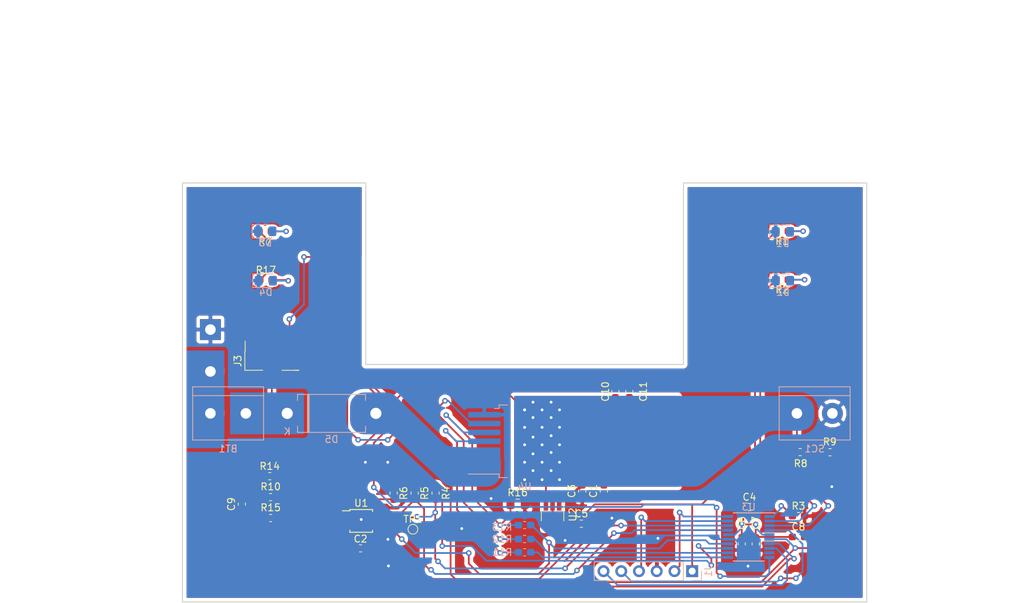
<source format=kicad_pcb>
(kicad_pcb (version 20171130) (host pcbnew 5.0.2-bee76a0~70~ubuntu16.04.1)
  (layers (0 F.Cu signal) (31 B.Cu signal) (34 B.Paste user) (35 F.Paste user) (36 B.SilkS user) (37 F.SilkS user) (38 B.Mask user) (39 F.Mask user) (44 Edge.Cuts user))
  (net 0 "")
  (net 1 GND)
  (net 2 +24V)
  (net 3 +3V3)
  (net 4 "Net-(C9-Pad1)")
  (net 5 "Net-(D1-Pad2)")
  (net 6 "Net-(D2-Pad2)")
  (net 7 "Net-(D3-Pad2)")
  (net 8 SWCLK)
  (net 9 SWDI0)
  (net 10 NRST)
  (net 11 UART_TX)
  (net 12 "Net-(R3-Pad1)")
  (net 13 SDA)
  (net 14 SCL)
  (net 15 ADC_RDY)
  (net 16 /PANEL_SENSE)
  (net 17 /BATT_SENSE)
  (net 18 /PWM)
  (net 19 /FR_DIAG)
  (net 20 CURRENT_SENSE)
  (net 21 "Net-(R13-Pad1)")
  (net 22 /AIN3)
  (net 23 "Net-(U2-Pad4)")
  (net 24 "Net-(U3-Pad9)")
  (net 25 -BATT)
  (net 26 /INPUT)
  (net 27 "Net-(R12-Pad2)")
  (net 28 /LED_4)
  (net 29 /LED_1)
  (net 30 /LED_2)
  (net 31 /LED_3)
  (net 32 /OUT)
  (net 33 /DIODE)
  (module theapi:Octapak (layer B.Cu) (at 137.5 112)
    (fp_text reference U4 (at 0 6.5) (layer B.SilkS) (effects (justify mirror)))
    (fp_text value VN7003ALH)
    (pad 8 smd rect (at 3.375 0) (size 9.4 10.8) (layers B.Cu B.Mask) (net 2 +24V))
    (pad 6 smd rect (at -5.775 -2.54) (size 4.6 0.8) (layers B.Cu B.Paste B.Mask) (net 19 /FR_DIAG))
    (pad 5 smd rect (at -5.775 -1.27) (size 4.6 0.8) (layers B.Cu B.Paste B.Mask) (net 21 "Net-(R13-Pad1)"))
    (pad 3 smd rect (at -5.775 1.27) (size 4.6 0.8) (layers B.Cu B.Paste B.Mask) (net 32 /OUT))
    (pad 2 smd rect (at -5.775 2.54) (size 4.6 2) (layers B.Cu B.Paste B.Mask) (net 32 /OUT))
    (pad 1 smd rect (at -5.775 3.81) (size 4.6 0.8) (layers B.Cu B.Paste B.Mask) (net 32 /OUT))
    (pad 4 smd rect (at -5.775 0) (size 4.6 0.8) (layers B.Cu B.Paste B.Mask) (net 26 /INPUT))
    (pad 7 smd rect (at -5.775 -3.81) (size 4.6 0.8) (layers B.Cu B.Paste B.Mask) (net 1 GND))
  )
  (module theapi:Voltmeter_Header_1x03 (layer F.Cu) (at 101.3 100.5 90)
    (fp_text reference J3 (at 0 -4.87 90) (layer F.SilkS))
    (fp_text value Voltmeter)
    (pad 2 smd rect (at -1.655 0 90) (size 2.51 2) (layers F.Cu F.Paste F.Mask) (net 33 /DIODE))
    (pad 1 smd rect (at 1.655 -2.54 90) (size 2.51 2) (layers F.Cu F.Paste F.Mask) (net 1 GND))
    (pad 3 smd rect (at 1.655 2.54 90) (size 2.51 2) (layers F.Cu F.Paste F.Mask) (net 2 +24V))
  )
  (module theapi:TerminalBlock_Meter (layer B.Cu) (at 92.5 108)
    (fp_text reference BT1 (at 2.54 5.08) (layer B.SilkS) (effects (justify mirror)))
    (fp_text value Battery_Meter)
    (pad 3 thru_hole circle (at 0 -6) (size 3 3) (drill 1.52) (layers *.Cu *.Mask) (net 25 -BATT))
    (pad 2 thru_hole rect (at 0 -12) (size 3 3) (drill 1.52) (layers *.Cu *.Mask) (net 1 GND))
    (pad 3 thru_hole circle (at 0 0) (size 3 3) (drill 1.52) (layers *.Cu *.Mask) (net 25 -BATT))
    (pad 1 thru_hole rect (at 5.08 0) (size 3 3) (drill 1.52) (layers *.Cu *.Mask) (net 33 /DIODE))
  )
  (module Capacitor_SMD:C_0603_1608Metric_Pad1.05x0.95mm_HandSolder (layer F.Cu) (at 148.85 119.125 270)
    (fp_text reference C1 (at 0 1.5 270) (layer F.SilkS))
    (fp_text value 10uF)
    (pad 1 smd roundrect (at -0.875 0 270) (size 1.05 0.95) (layers F.Cu F.Paste F.Mask) (net 2 +24V))
    (pad 2 smd roundrect (at 0.875 0 270) (size 1.05 0.95) (layers F.Cu F.Paste F.Mask) (net 1 GND))
  )
  (module Capacitor_SMD:C_0603_1608Metric_Pad1.05x0.95mm_HandSolder (layer F.Cu) (at 114.005 127.33 180)
    (fp_text reference C2 (at 0 1.35 180) (layer F.SilkS))
    (fp_text value 0.1UF)
    (pad 1 smd roundrect (at -0.875 0 180) (size 1.05 0.95) (layers F.Cu F.Paste F.Mask) (net 3 +3V3))
    (pad 2 smd roundrect (at 0.875 0 180) (size 1.05 0.95) (layers F.Cu F.Paste F.Mask) (net 1 GND))
  )
  (module Capacitor_SMD:C_0603_1608Metric_Pad1.05x0.95mm_HandSolder (layer F.Cu) (at 145.75 119.125 270)
    (fp_text reference C3 (at 0 1.5 270) (layer F.SilkS))
    (fp_text value 1uF)
    (pad 1 smd roundrect (at -0.875 0 270) (size 1.05 0.95) (layers F.Cu F.Paste F.Mask) (net 2 +24V))
    (pad 2 smd roundrect (at 0.875 0 270) (size 1.05 0.95) (layers F.Cu F.Paste F.Mask) (net 1 GND))
  )
  (module Capacitor_SMD:C_0603_1608Metric_Pad1.05x0.95mm_HandSolder (layer F.Cu) (at 169.7 121.425)
    (fp_text reference C4 (at 0 -1.43) (layer F.SilkS))
    (fp_text value 10uF)
    (pad 2 smd roundrect (at 0.875 0) (size 1.05 0.95) (layers F.Cu F.Paste F.Mask) (net 1 GND))
    (pad 1 smd roundrect (at -0.875 0) (size 1.05 0.95) (layers F.Cu F.Paste F.Mask) (net 3 +3V3))
  )
  (module Capacitor_SMD:C_0603_1608Metric_Pad1.05x0.95mm_HandSolder (layer F.Cu) (at 145.625 123.8)
    (fp_text reference C5 (at 0 -1.43) (layer F.SilkS))
    (fp_text value 1uF)
    (pad 2 smd roundrect (at 0.875 0) (size 1.05 0.95) (layers F.Cu F.Paste F.Mask) (net 1 GND))
    (pad 1 smd roundrect (at -0.875 0) (size 1.05 0.95) (layers F.Cu F.Paste F.Mask) (net 3 +3V3))
  )
  (module Capacitor_SMD:C_0603_1608Metric_Pad1.05x0.95mm_HandSolder (layer F.Cu) (at 168.6 126.7 270)
    (fp_text reference C6 (at -3 0 270) (layer F.SilkS))
    (fp_text value 0.1uF)
    (pad 1 smd roundrect (at -0.875 0 270) (size 1.05 0.95) (layers F.Cu F.Paste F.Mask) (net 3 +3V3))
    (pad 2 smd roundrect (at 0.875 0 270) (size 1.05 0.95) (layers F.Cu F.Paste F.Mask) (net 1 GND))
  )
  (module Capacitor_SMD:C_0603_1608Metric_Pad1.05x0.95mm_HandSolder (layer F.Cu) (at 170.6 126.7 270)
    (fp_text reference C7 (at -3 0 270) (layer F.SilkS))
    (fp_text value 0.1uF)
    (pad 2 smd roundrect (at 0.875 0 270) (size 1.05 0.95) (layers F.Cu F.Paste F.Mask) (net 1 GND))
    (pad 1 smd roundrect (at -0.875 0 270) (size 1.05 0.95) (layers F.Cu F.Paste F.Mask) (net 3 +3V3))
  )
  (module Capacitor_SMD:C_0603_1608Metric_Pad1.05x0.95mm_HandSolder (layer F.Cu) (at 176.725 125.7)
    (fp_text reference C8 (at 0 -1.43) (layer F.SilkS))
    (fp_text value 1uF)
    (pad 1 smd roundrect (at -0.875 0) (size 1.05 0.95) (layers F.Cu F.Paste F.Mask) (net 3 +3V3))
    (pad 2 smd roundrect (at 0.875 0) (size 1.05 0.95) (layers F.Cu F.Paste F.Mask) (net 1 GND))
  )
  (module Capacitor_SMD:C_0603_1608Metric_Pad1.05x0.95mm_HandSolder (layer F.Cu) (at 97 121 270)
    (fp_text reference C9 (at 0 1.5 90) (layer F.SilkS))
    (fp_text value 1uF)
    (pad 2 smd roundrect (at 0.875 0 270) (size 1.05 0.95) (layers F.Cu F.Paste F.Mask) (net 1 GND))
    (pad 1 smd roundrect (at -0.875 0 270) (size 1.05 0.95) (layers F.Cu F.Paste F.Mask) (net 4 "Net-(C9-Pad1)"))
  )
  (module Capacitor_SMD:C_0603_1608Metric_Pad1.05x0.95mm_HandSolder (layer F.Cu) (at 150.5 104.875 90)
    (fp_text reference C10 (at 0 -1.43 90) (layer F.SilkS))
    (fp_text value 0.1uF)
    (pad 1 smd roundrect (at -0.875 0 90) (size 1.05 0.95) (layers F.Cu F.Paste F.Mask) (net 2 +24V))
    (pad 2 smd roundrect (at 0.875 0 90) (size 1.05 0.95) (layers F.Cu F.Paste F.Mask) (net 1 GND))
  )
  (module Capacitor_SMD:C_0603_1608Metric_Pad1.05x0.95mm_HandSolder (layer F.Cu) (at 152.5 104.875 90)
    (fp_text reference C11 (at 0 2 90) (layer F.SilkS))
    (fp_text value 10uF)
    (pad 2 smd roundrect (at 0.875 0 90) (size 1.05 0.95) (layers F.Cu F.Paste F.Mask) (net 1 GND))
    (pad 1 smd roundrect (at -0.875 0 90) (size 1.05 0.95) (layers F.Cu F.Paste F.Mask) (net 2 +24V))
  )
  (module LED_SMD:LED_0805_2012Metric_Pad1.15x1.40mm_HandSolder (layer B.Cu) (at 174.475 82)
    (fp_text reference D1 (at 0 1.65) (layer B.SilkS) (effects (justify mirror)))
    (fp_text value LED)
    (pad 1 smd roundrect (at -1.025 0) (size 1.15 1.4) (layers B.Cu B.Paste B.Mask) (roundrect_rratio 0.217391) (net 1 GND))
    (pad 2 smd roundrect (at 1.025 0) (size 1.15 1.4) (layers B.Cu B.Paste B.Mask) (roundrect_rratio 0.217391) (net 5 "Net-(D1-Pad2)"))
  )
  (module LED_SMD:LED_0805_2012Metric_Pad1.15x1.40mm_HandSolder (layer B.Cu) (at 174.5 89)
    (fp_text reference D2 (at 0 1.65) (layer B.SilkS) (effects (justify mirror)))
    (fp_text value LED)
    (pad 2 smd roundrect (at 1.025 0) (size 1.15 1.4) (layers B.Cu B.Paste B.Mask) (roundrect_rratio 0.217391) (net 6 "Net-(D2-Pad2)"))
    (pad 1 smd roundrect (at -1.025 0) (size 1.15 1.4) (layers B.Cu B.Paste B.Mask) (roundrect_rratio 0.217391) (net 1 GND))
  )
  (module LED_SMD:LED_0805_2012Metric_Pad1.15x1.40mm_HandSolder (layer B.Cu) (at 100.35 81.92)
    (fp_text reference D3 (at 0 1.65) (layer B.SilkS) (effects (justify mirror)))
    (fp_text value LED)
    (pad 1 smd roundrect (at -1.025 0) (size 1.15 1.4) (layers B.Cu B.Paste B.Mask) (roundrect_rratio 0.217391) (net 1 GND))
    (pad 2 smd roundrect (at 1.025 0) (size 1.15 1.4) (layers B.Cu B.Paste B.Mask) (roundrect_rratio 0.217391) (net 7 "Net-(D3-Pad2)"))
  )
  (module LED_SMD:LED_0805_2012Metric_Pad1.15x1.40mm_HandSolder (layer B.Cu) (at 100.425 89)
    (fp_text reference D4 (at 0 1.65) (layer B.SilkS) (effects (justify mirror)))
    (fp_text value LED)
    (pad 2 smd roundrect (at 1.025 0) (size 1.15 1.4) (layers B.Cu B.Paste B.Mask) (roundrect_rratio 0.217391) (net 28 /LED_4))
    (pad 1 smd roundrect (at -1.025 0) (size 1.15 1.4) (layers B.Cu B.Paste B.Mask) (roundrect_rratio 0.217391) (net 1 GND))
  )
  (module Connector_PinHeader_2.54mm:PinHeader_1x06_P2.54mm_Vertical (layer B.Cu) (at 161.5 130.6 90)
    (fp_text reference J1 (at 0 2.33 90) (layer B.SilkS) (effects (justify mirror)))
    (fp_text value SWD)
    (pad 1 thru_hole rect (at 0 0 90) (size 1.7 1.7) (drill 1) (layers *.Cu *.Mask) (net 3 +3V3))
    (pad 2 thru_hole oval (at 0 -2.54 90) (size 1.7 1.7) (drill 1) (layers *.Cu *.Mask) (net 8 SWCLK))
    (pad 3 thru_hole oval (at 0 -5.08 90) (size 1.7 1.7) (drill 1) (layers *.Cu *.Mask) (net 1 GND))
    (pad 4 thru_hole oval (at 0 -7.62 90) (size 1.7 1.7) (drill 1) (layers *.Cu *.Mask) (net 9 SWDI0))
    (pad 5 thru_hole oval (at 0 -10.16 90) (size 1.7 1.7) (drill 1) (layers *.Cu *.Mask) (net 10 NRST))
    (pad 6 thru_hole oval (at 0 -12.7 90) (size 1.7 1.7) (drill 1) (layers *.Cu *.Mask) (net 11 UART_TX))
  )
  (module Resistor_SMD:R_0603_1608Metric_Pad1.05x0.95mm_HandSolder (layer F.Cu) (at 174.39 81.91 180)
    (fp_text reference R1 (at 0 -1.43 180) (layer F.SilkS))
    (fp_text value 220)
    (pad 1 smd roundrect (at -0.875 0 180) (size 1.05 0.95) (layers F.Cu F.Paste F.Mask) (net 5 "Net-(D1-Pad2)"))
    (pad 2 smd roundrect (at 0.875 0 180) (size 1.05 0.95) (layers F.Cu F.Paste F.Mask) (net 29 /LED_1))
  )
  (module Resistor_SMD:R_0603_1608Metric_Pad1.05x0.95mm_HandSolder (layer F.Cu) (at 174.39 88.86 180)
    (fp_text reference R2 (at 0 -1.43 180) (layer F.SilkS))
    (fp_text value 220)
    (pad 2 smd roundrect (at 0.875 0 180) (size 1.05 0.95) (layers F.Cu F.Paste F.Mask) (net 30 /LED_2))
    (pad 1 smd roundrect (at -0.875 0 180) (size 1.05 0.95) (layers F.Cu F.Paste F.Mask) (net 6 "Net-(D2-Pad2)"))
  )
  (module Resistor_SMD:R_0603_1608Metric_Pad1.05x0.95mm_HandSolder (layer F.Cu) (at 176.725 122.7)
    (fp_text reference R3 (at 0 -1.43) (layer F.SilkS))
    (fp_text value 10K)
    (pad 2 smd roundrect (at 0.875 0) (size 1.05 0.95) (layers F.Cu F.Paste F.Mask) (net 1 GND))
    (pad 1 smd roundrect (at -0.875 0) (size 1.05 0.95) (layers F.Cu F.Paste F.Mask) (net 12 "Net-(R3-Pad1)"))
  )
  (module Resistor_SMD:R_0603_1608Metric_Pad1.05x0.95mm_HandSolder (layer F.Cu) (at 124.75 119.425 270)
    (fp_text reference R4 (at -0.025 -1.5 270) (layer F.SilkS))
    (fp_text value 10K)
    (pad 1 smd roundrect (at -0.875 0 270) (size 1.05 0.95) (layers F.Cu F.Paste F.Mask) (net 3 +3V3))
    (pad 2 smd roundrect (at 0.875 0 270) (size 1.05 0.95) (layers F.Cu F.Paste F.Mask) (net 13 SDA))
  )
  (module Resistor_SMD:R_0603_1608Metric_Pad1.05x0.95mm_HandSolder (layer F.Cu) (at 121.75 119.425 270)
    (fp_text reference R5 (at 0 -1.43 270) (layer F.SilkS))
    (fp_text value 10K)
    (pad 2 smd roundrect (at 0.875 0 270) (size 1.05 0.95) (layers F.Cu F.Paste F.Mask) (net 14 SCL))
    (pad 1 smd roundrect (at -0.875 0 270) (size 1.05 0.95) (layers F.Cu F.Paste F.Mask) (net 3 +3V3))
  )
  (module Resistor_SMD:R_0603_1608Metric_Pad1.05x0.95mm_HandSolder (layer F.Cu) (at 118.75 119.425 270)
    (fp_text reference R6 (at 0 -1.43 270) (layer F.SilkS))
    (fp_text value 10K)
    (pad 1 smd roundrect (at -0.875 0 270) (size 1.05 0.95) (layers F.Cu F.Paste F.Mask) (net 3 +3V3))
    (pad 2 smd roundrect (at 0.875 0 270) (size 1.05 0.95) (layers F.Cu F.Paste F.Mask) (net 15 ADC_RDY))
  )
  (module Resistor_SMD:R_0603_1608Metric_Pad1.05x0.95mm_HandSolder (layer F.Cu) (at 100.35 81.92 180)
    (fp_text reference R7 (at 0 -1.43 180) (layer F.SilkS))
    (fp_text value 220)
    (pad 2 smd roundrect (at 0.875 0 180) (size 1.05 0.95) (layers F.Cu F.Paste F.Mask) (net 31 /LED_3))
    (pad 1 smd roundrect (at -0.875 0 180) (size 1.05 0.95) (layers F.Cu F.Paste F.Mask) (net 7 "Net-(D3-Pad2)"))
  )
  (module Resistor_SMD:R_0603_1608Metric_Pad1.05x0.95mm_HandSolder (layer F.Cu) (at 176.955 113.55)
    (fp_text reference R8 (at 0.08 1.63) (layer F.SilkS))
    (fp_text value 620K)
    (pad 2 smd roundrect (at 0.875 0) (size 1.05 0.95) (layers F.Cu F.Paste F.Mask) (net 16 /PANEL_SENSE))
    (pad 1 smd roundrect (at -0.875 0) (size 1.05 0.95) (layers F.Cu F.Paste F.Mask) (net 2 +24V))
  )
  (module Resistor_SMD:R_0603_1608Metric_Pad1.05x0.95mm_HandSolder (layer F.Cu) (at 181.23 113.57)
    (fp_text reference R9 (at -0.020001 -1.5) (layer F.SilkS))
    (fp_text value 100K)
    (pad 1 smd roundrect (at -0.875 0) (size 1.05 0.95) (layers F.Cu F.Paste F.Mask) (net 16 /PANEL_SENSE))
    (pad 2 smd roundrect (at 0.875 0) (size 1.05 0.95) (layers F.Cu F.Paste F.Mask) (net 1 GND))
  )
  (module Resistor_SMD:R_0603_1608Metric_Pad1.05x0.95mm_HandSolder (layer F.Cu) (at 101.125 120 180)
    (fp_text reference R10 (at 0 1.5 180) (layer F.SilkS))
    (fp_text value 10K)
    (pad 2 smd roundrect (at 0.875 0 180) (size 1.05 0.95) (layers F.Cu F.Paste F.Mask) (net 4 "Net-(C9-Pad1)"))
    (pad 1 smd roundrect (at -0.875 0 180) (size 1.05 0.95) (layers F.Cu F.Paste F.Mask) (net 17 /BATT_SENSE))
  )
  (module Resistor_SMD:R_0603_1608Metric_Pad1.05x0.95mm_HandSolder (layer B.Cu) (at 137.5 127.9)
    (fp_text reference R11 (at -3.225 0) (layer B.SilkS) (effects (justify mirror)))
    (fp_text value 10K)
    (pad 1 smd roundrect (at -0.875 0) (size 1.05 0.95) (layers B.Cu B.Paste B.Mask) (net 26 /INPUT))
    (pad 2 smd roundrect (at 0.875 0) (size 1.05 0.95) (layers B.Cu B.Paste B.Mask) (net 18 /PWM))
  )
  (module Resistor_SMD:R_0603_1608Metric_Pad1.05x0.95mm_HandSolder (layer B.Cu) (at 137.5 126)
    (fp_text reference R12 (at -3.225 0) (layer B.SilkS) (effects (justify mirror)))
    (fp_text value 10K)
    (pad 1 smd roundrect (at -0.875 0) (size 1.05 0.95) (layers B.Cu B.Paste B.Mask) (net 19 /FR_DIAG))
    (pad 2 smd roundrect (at 0.875 0) (size 1.05 0.95) (layers B.Cu B.Paste B.Mask) (net 27 "Net-(R12-Pad2)"))
  )
  (module Resistor_SMD:R_0603_1608Metric_Pad1.05x0.95mm_HandSolder (layer B.Cu) (at 137.5 124)
    (fp_text reference R13 (at -3.225 0.3) (layer B.SilkS) (effects (justify mirror)))
    (fp_text value 10K)
    (pad 2 smd roundrect (at 0.875 0) (size 1.05 0.95) (layers B.Cu B.Paste B.Mask) (net 20 CURRENT_SENSE))
    (pad 1 smd roundrect (at -0.875 0) (size 1.05 0.95) (layers B.Cu B.Paste B.Mask) (net 21 "Net-(R13-Pad1)"))
  )
  (module Resistor_SMD:R_0603_1608Metric_Pad1.05x0.95mm_HandSolder (layer F.Cu) (at 101 117)
    (fp_text reference R14 (at 0 -1.43) (layer F.SilkS))
    (fp_text value 620K)
    (pad 1 smd roundrect (at -0.875 0) (size 1.05 0.95) (layers F.Cu F.Paste F.Mask) (net 32 /OUT))
    (pad 2 smd roundrect (at 0.875 0) (size 1.05 0.95) (layers F.Cu F.Paste F.Mask) (net 17 /BATT_SENSE))
  )
  (module Resistor_SMD:R_0603_1608Metric_Pad1.05x0.95mm_HandSolder (layer F.Cu) (at 101.125 123 180)
    (fp_text reference R15 (at 0 1.5 180) (layer F.SilkS))
    (fp_text value 100K)
    (pad 2 smd roundrect (at 0.875 0 180) (size 1.05 0.95) (layers F.Cu F.Paste F.Mask) (net 1 GND))
    (pad 1 smd roundrect (at -0.875 0 180) (size 1.05 0.95) (layers F.Cu F.Paste F.Mask) (net 17 /BATT_SENSE))
  )
  (module Resistor_SMD:R_0805_2012Metric_Pad1.15x1.40mm_HandSolder (layer F.Cu) (at 136.5 121)
    (fp_text reference R16 (at 0 -1.65) (layer F.SilkS))
    (fp_text value SENSE)
    (pad 1 smd roundrect (at -1.025 0) (size 1.15 1.4) (layers F.Cu F.Paste F.Mask) (roundrect_rratio 0.217391) (net 21 "Net-(R13-Pad1)"))
    (pad 2 smd roundrect (at 1.025 0) (size 1.15 1.4) (layers F.Cu F.Paste F.Mask) (roundrect_rratio 0.217391) (net 1 GND))
  )
  (module Resistor_SMD:R_0603_1608Metric_Pad1.05x0.95mm_HandSolder (layer F.Cu) (at 100.45 88.9)
    (fp_text reference R17 (at 0 -1.43) (layer F.SilkS))
    (fp_text value 10K)
    (pad 1 smd roundrect (at -0.875 0) (size 1.05 0.95) (layers F.Cu F.Paste F.Mask) (net 32 /OUT))
    (pad 2 smd roundrect (at 0.875 0) (size 1.05 0.95) (layers F.Cu F.Paste F.Mask) (net 28 /LED_4))
  )
  (module TerminalBlock:TerminalBlock_bornier-2_P5.08mm (layer B.Cu) (at 176.5 108)
    (fp_text reference SC1 (at 2.54 5.08) (layer B.SilkS) (effects (justify mirror)))
    (fp_text value Solar_Panel)
    (pad 2 thru_hole circle (at 5.08 0) (size 3 3) (drill 1.52) (layers *.Cu *.Mask) (net 1 GND))
    (pad 1 thru_hole rect (at 0 0) (size 3 3) (drill 1.52) (layers *.Cu *.Mask) (net 2 +24V))
  )
  (module theapi:TSSOP-10_3x3mm_P0.5mm (layer F.Cu) (at 114.1 123.4)
    (fp_text reference U1 (at 0 -2.55) (layer F.SilkS))
    (fp_text value ADS1015)
    (pad 1 smd rect (at -2.15 -1) (size 1.1 0.25) (layers F.Cu F.Paste F.Mask) (net 1 GND))
    (pad 2 smd rect (at -2.15 -0.5) (size 1.1 0.25) (layers F.Cu F.Paste F.Mask) (net 15 ADC_RDY))
    (pad 3 smd rect (at -2.15 0) (size 1.1 0.25) (layers F.Cu F.Paste F.Mask) (net 1 GND))
    (pad 4 smd rect (at -2.15 0.5) (size 1.1 0.25) (layers F.Cu F.Paste F.Mask) (net 17 /BATT_SENSE))
    (pad 5 smd rect (at -2.15 1) (size 1.1 0.25) (layers F.Cu F.Paste F.Mask) (net 16 /PANEL_SENSE))
    (pad 6 smd rect (at 2.15 1) (size 1.1 0.25) (layers F.Cu F.Paste F.Mask) (net 20 CURRENT_SENSE))
    (pad 7 smd rect (at 2.15 0.5) (size 1.1 0.25) (layers F.Cu F.Paste F.Mask) (net 22 /AIN3))
    (pad 8 smd rect (at 2.15 0) (size 1.1 0.25) (layers F.Cu F.Paste F.Mask) (net 3 +3V3))
    (pad 9 smd rect (at 2.15 -0.5) (size 1.1 0.25) (layers F.Cu F.Paste F.Mask) (net 13 SDA))
    (pad 10 smd rect (at 2.15 -1) (size 1.1 0.25) (layers F.Cu F.Paste F.Mask) (net 14 SCL))
  )
  (module Package_TO_SOT_SMD:SOT-23-5_HandSoldering (layer F.Cu) (at 141.5 122.5 270)
    (fp_text reference U2 (at 0 -2.9 270) (layer F.SilkS))
    (fp_text value AP7380)
    (pad 1 smd rect (at -1.35 -0.95 270) (size 1.56 0.65) (layers F.Cu F.Paste F.Mask) (net 2 +24V))
    (pad 2 smd rect (at -1.35 0 270) (size 1.56 0.65) (layers F.Cu F.Paste F.Mask) (net 1 GND))
    (pad 3 smd rect (at -1.35 0.95 270) (size 1.56 0.65) (layers F.Cu F.Paste F.Mask) (net 2 +24V))
    (pad 4 smd rect (at 1.35 0.95 270) (size 1.56 0.65) (layers F.Cu F.Paste F.Mask) (net 23 "Net-(U2-Pad4)"))
    (pad 5 smd rect (at 1.35 -0.95 270) (size 1.56 0.65) (layers F.Cu F.Paste F.Mask) (net 3 +3V3))
  )
  (module Package_SO:TSSOP-20_4.4x6.5mm_P0.65mm (layer B.Cu) (at 169.6 125.7 180)
    (fp_text reference U3 (at 0 4.3 180) (layer B.SilkS) (effects (justify mirror)))
    (fp_text value STM32L031F4Px)
    (pad 1 smd rect (at -2.95 2.925 180) (size 1.45 0.45) (layers B.Cu B.Paste B.Mask) (net 12 "Net-(R3-Pad1)"))
    (pad 2 smd rect (at -2.95 2.275 180) (size 1.45 0.45) (layers B.Cu B.Paste B.Mask) (net 29 /LED_1))
    (pad 3 smd rect (at -2.95 1.625 180) (size 1.45 0.45) (layers B.Cu B.Paste B.Mask) (net 30 /LED_2))
    (pad 4 smd rect (at -2.95 0.975 180) (size 1.45 0.45) (layers B.Cu B.Paste B.Mask) (net 10 NRST))
    (pad 5 smd rect (at -2.95 0.325 180) (size 1.45 0.45) (layers B.Cu B.Paste B.Mask) (net 3 +3V3))
    (pad 6 smd rect (at -2.95 -0.325 180) (size 1.45 0.45) (layers B.Cu B.Paste B.Mask) (net 16 /PANEL_SENSE))
    (pad 7 smd rect (at -2.95 -0.975 180) (size 1.45 0.45) (layers B.Cu B.Paste B.Mask) (net 17 /BATT_SENSE))
    (pad 8 smd rect (at -2.95 -1.625 180) (size 1.45 0.45) (layers B.Cu B.Paste B.Mask) (net 11 UART_TX))
    (pad 9 smd rect (at -2.95 -2.275 180) (size 1.45 0.45) (layers B.Cu B.Paste B.Mask) (net 24 "Net-(U3-Pad9)"))
    (pad 10 smd rect (at -2.95 -2.925 180) (size 1.45 0.45) (layers B.Cu B.Paste B.Mask) (net 31 /LED_3))
    (pad 11 smd rect (at 2.95 -2.925 180) (size 1.45 0.45) (layers B.Cu B.Paste B.Mask) (net 18 /PWM))
    (pad 12 smd rect (at 2.95 -2.275 180) (size 1.45 0.45) (layers B.Cu B.Paste B.Mask) (net 27 "Net-(R12-Pad2)"))
    (pad 13 smd rect (at 2.95 -1.625 180) (size 1.45 0.45) (layers B.Cu B.Paste B.Mask) (net 15 ADC_RDY))
    (pad 14 smd rect (at 2.95 -0.975 180) (size 1.45 0.45) (layers B.Cu B.Paste B.Mask) (net 20 CURRENT_SENSE))
    (pad 15 smd rect (at 2.95 -0.325 180) (size 1.45 0.45) (layers B.Cu B.Paste B.Mask) (net 1 GND))
    (pad 16 smd rect (at 2.95 0.325 180) (size 1.45 0.45) (layers B.Cu B.Paste B.Mask) (net 3 +3V3))
    (pad 17 smd rect (at 2.95 0.975 180) (size 1.45 0.45) (layers B.Cu B.Paste B.Mask) (net 14 SCL))
    (pad 18 smd rect (at 2.95 1.625 180) (size 1.45 0.45) (layers B.Cu B.Paste B.Mask) (net 13 SDA))
    (pad 19 smd rect (at 2.95 2.275 180) (size 1.45 0.45) (layers B.Cu B.Paste B.Mask) (net 9 SWDI0))
    (pad 20 smd rect (at 2.95 2.925 180) (size 1.45 0.45) (layers B.Cu B.Paste B.Mask) (net 8 SWCLK))
  )
  (module TestPoint:TestPoint_Pad_D1.0mm (layer F.Cu) (at 121.5 124.6)
    (fp_text reference TP1 (at 0 -1.448) (layer F.SilkS))
    (fp_text value TestPoint)
    (pad 1 smd circle (at 0 0) (size 1 1) (layers F.Cu F.Mask) (net 22 /AIN3))
  )
  (module Diode_THT:D_DO-201AD_P12.70mm_Horizontal (layer B.Cu) (at 103.5 108)
    (fp_text reference D5 (at 6.35 3.72) (layer B.SilkS) (effects (justify mirror)))
    (fp_text value D_Schottky)
    (fp_text user K (at 0 2.6) (layer B.SilkS) (effects (justify mirror)))
    (pad 1 thru_hole rect (at 0 0) (size 3.2 3.2) (drill 1.6) (layers *.Cu *.Mask) (net 33 /DIODE))
    (pad 2 thru_hole oval (at 12.7 0) (size 3.2 3.2) (drill 1.6) (layers *.Cu *.Mask) (net 32 /OUT))
  )
  (gr_line (start 160.25 75) (end 186.5 75) (layer Edge.Cuts) (width 0.15))
  (gr_line (start 160.25 101) (end 160.25 75) (layer Edge.Cuts) (width 0.15))
  (gr_line (start 114.75 101) (end 160.25 101) (layer Edge.Cuts) (width 0.15))
  (gr_line (start 114.75 75) (end 114.75 101) (layer Edge.Cuts) (width 0.15))
  (gr_line (start 88.5 75) (end 114.75 75) (layer Edge.Cuts) (width 0.15))
  (gr_line (start 88.5 135) (end 88.5 75) (layer Edge.Cuts) (width 0.15))
  (gr_line (start 186.5 135) (end 88.5 135) (layer Edge.Cuts) (width 0.15))
  (gr_line (start 186.5 75) (end 186.5 135) (layer Edge.Cuts) (width 0.15))
  (segment (start 99.325 89.075) (end 99.4 89) (width 0.25) (layer B.Cu) (net 1))
  (segment (start 96.3 96) (end 92.5 96) (width 0.25) (layer B.Cu) (net 1))
  (segment (start 180.080001 104.580001) (end 180.080001 106.500001) (width 0.25) (layer B.Cu) (net 1))
  (segment (start 131.725 108.19) (end 131.725 103.175) (width 0.25) (layer B.Cu) (net 1))
  (segment (start 131.725 103.175) (end 131.9 103) (width 0.25) (layer B.Cu) (net 1))
  (segment (start 131.9 103) (end 178.5 103) (width 0.25) (layer B.Cu) (net 1))
  (segment (start 180.080001 106.500001) (end 181.58 108) (width 0.25) (layer B.Cu) (net 1))
  (segment (start 178.5 103) (end 180.080001 104.580001) (width 0.25) (layer B.Cu) (net 1))
  (segment (start 177.6 122.7) (end 177.6 125.7) (width 0.25) (layer F.Cu) (net 1))
  (segment (start 170.6 127.575) (end 168.6 127.575) (width 0.25) (layer F.Cu) (net 1))
  (segment (start 148.85 120) (end 145.75 120) (width 0.25) (layer F.Cu) (net 1))
  (via (at 150 123) (size 0.8) (drill 0.4) (layers F.Cu B.Cu) (net 1))
  (segment (start 146.5 123.8) (end 147.2 123.8) (width 0.25) (layer F.Cu) (net 1))
  (segment (start 148 123) (end 150 123) (width 0.25) (layer F.Cu) (net 1))
  (segment (start 147.2 123.8) (end 148 123) (width 0.25) (layer F.Cu) (net 1))
  (via (at 128.5 124.5) (size 0.8) (drill 0.4) (layers F.Cu B.Cu) (net 1))
  (segment (start 138.225 122.5) (end 141.5 122.5) (width 0.25) (layer F.Cu) (net 1))
  (segment (start 137.525 121.8) (end 138.225 122.5) (width 0.25) (layer F.Cu) (net 1))
  (segment (start 137.525 121) (end 137.525 121.8) (width 0.25) (layer F.Cu) (net 1))
  (segment (start 141.5 121.15) (end 141.5 122.5) (width 0.25) (layer F.Cu) (net 1))
  (segment (start 113.13 126.755) (end 113.13 127.33) (width 0.25) (layer F.Cu) (net 1))
  (segment (start 113.13 123.78) (end 113.13 126.755) (width 0.25) (layer F.Cu) (net 1))
  (segment (start 112.75 123.4) (end 113.13 123.78) (width 0.25) (layer F.Cu) (net 1))
  (segment (start 111.95 123.4) (end 112.75 123.4) (width 0.25) (layer F.Cu) (net 1))
  (segment (start 115.65 129.85) (end 118 129.85) (width 0.25) (layer F.Cu) (net 1))
  (via (at 118 129.85) (size 0.8) (drill 0.4) (layers F.Cu B.Cu) (net 1))
  (segment (start 113.13 127.33) (end 115.65 129.85) (width 0.25) (layer F.Cu) (net 1))
  (segment (start 97 122.82) (end 97 121.875) (width 0.25) (layer F.Cu) (net 1))
  (segment (start 97.18 123) (end 97 122.82) (width 0.25) (layer F.Cu) (net 1))
  (segment (start 100.25 123) (end 97.18 123) (width 0.25) (layer F.Cu) (net 1))
  (via (at 117.92 126.04) (size 0.8) (drill 0.4) (layers F.Cu B.Cu) (net 1))
  (segment (start 183.54 109.96) (end 181.58 108) (width 0.25) (layer F.Cu) (net 1))
  (segment (start 183.54 113.33) (end 183.54 109.96) (width 0.25) (layer F.Cu) (net 1))
  (segment (start 183.3 113.57) (end 183.54 113.33) (width 0.25) (layer F.Cu) (net 1))
  (segment (start 182.105 113.57) (end 183.3 113.57) (width 0.25) (layer F.Cu) (net 1))
  (via (at 181.5 118.5) (size 0.8) (drill 0.4) (layers F.Cu B.Cu) (net 1))
  (segment (start 181.899999 118.899999) (end 181.5 118.5) (width 0.25) (layer F.Cu) (net 1))
  (segment (start 181.975001 121.598001) (end 181.975001 118.975001) (width 0.25) (layer F.Cu) (net 1))
  (segment (start 181.975001 118.975001) (end 181.899999 118.899999) (width 0.25) (layer F.Cu) (net 1))
  (segment (start 177.6 122.7) (end 180.873002 122.7) (width 0.25) (layer F.Cu) (net 1))
  (segment (start 180.873002 122.7) (end 181.975001 121.598001) (width 0.25) (layer F.Cu) (net 1))
  (segment (start 177.6 121) (end 177.6 122.7) (width 0.25) (layer F.Cu) (net 1))
  (segment (start 172.05 120.25) (end 175.25 120.25) (width 0.25) (layer F.Cu) (net 1))
  (segment (start 175.25 120.25) (end 176 121) (width 0.25) (layer F.Cu) (net 1))
  (segment (start 170.6 121.7) (end 172.05 120.25) (width 0.25) (layer F.Cu) (net 1))
  (segment (start 176 121) (end 177.6 121) (width 0.25) (layer F.Cu) (net 1))
  (via (at 114.1 123.2) (size 0.8) (drill 0.4) (layers F.Cu B.Cu) (net 1))
  (via (at 117.9 115) (size 0.8) (drill 0.4) (layers F.Cu B.Cu) (net 1))
  (via (at 114.7 115) (size 0.8) (drill 0.4) (layers F.Cu B.Cu) (net 1))
  (via (at 132.7 120.2) (size 0.8) (drill 0.4) (layers F.Cu B.Cu) (net 1))
  (segment (start 164.585 126.025) (end 164.060001 125.500001) (width 0.25) (layer B.Cu) (net 1))
  (segment (start 166.65 126.025) (end 164.585 126.025) (width 0.25) (layer B.Cu) (net 1))
  (segment (start 156.999999 125.500001) (end 156.6 125.9) (width 0.25) (layer B.Cu) (net 1))
  (segment (start 164.060001 125.500001) (end 156.999999 125.500001) (width 0.25) (layer B.Cu) (net 1))
  (via (at 156.6 125.9) (size 0.8) (drill 0.4) (layers F.Cu B.Cu) (net 1))
  (segment (start 156.6 130.42) (end 156.42 130.6) (width 0.25) (layer F.Cu) (net 1))
  (segment (start 156.6 125.9) (end 156.6 130.42) (width 0.25) (layer F.Cu) (net 1))
  (via (at 169.5 129.87499) (size 0.8) (drill 0.4) (layers F.Cu B.Cu) (net 1))
  (segment (start 166.65 126.025) (end 167.625 126.025) (width 0.25) (layer B.Cu) (net 1))
  (segment (start 168.6 127.575) (end 169.5 128.475) (width 0.25) (layer F.Cu) (net 1))
  (segment (start 169.5 128.475) (end 169.5 129.309305) (width 0.25) (layer F.Cu) (net 1))
  (segment (start 169.5 129.309305) (end 169.5 129.87499) (width 0.25) (layer B.Cu) (net 1))
  (segment (start 169.5 129.309305) (end 169.5 129.87499) (width 0.25) (layer F.Cu) (net 1))
  (segment (start 169.5 127.9) (end 169.5 129.309305) (width 0.25) (layer B.Cu) (net 1))
  (segment (start 167.625 126.025) (end 169.5 127.9) (width 0.25) (layer B.Cu) (net 1))
  (via (at 143.3 126.2) (size 0.8) (drill 0.4) (layers F.Cu B.Cu) (net 1))
  (segment (start 141.5 122.5) (end 141.5 124.965685) (width 0.25) (layer F.Cu) (net 1))
  (segment (start 141.5 124.965685) (end 142.734315 126.2) (width 0.25) (layer F.Cu) (net 1))
  (segment (start 142.734315 126.2) (end 143.3 126.2) (width 0.25) (layer F.Cu) (net 1))
  (segment (start 183.5 116.5) (end 181.5 118.5) (width 0.25) (layer B.Cu) (net 1))
  (segment (start 183.5 109.92) (end 183.5 116.5) (width 0.25) (layer B.Cu) (net 1))
  (segment (start 181.58 108) (end 183.5 109.92) (width 0.25) (layer B.Cu) (net 1))
  (segment (start 92.5 96) (end 97.615 96) (width 0.25) (layer F.Cu) (net 1))
  (segment (start 111.8 123.4) (end 111.95 123.4) (width 0.25) (layer F.Cu) (net 1))
  (segment (start 111.139999 123.389999) (end 111.15 123.4) (width 0.25) (layer F.Cu) (net 1))
  (segment (start 111.15 123.4) (end 111.95 123.4) (width 0.25) (layer F.Cu) (net 1))
  (segment (start 111.95 122.4) (end 110.8 122.4) (width 0.25) (layer F.Cu) (net 1))
  (segment (start 110.8 123.3) (end 110.889999 123.389999) (width 0.25) (layer F.Cu) (net 1))
  (segment (start 110.889999 123.389999) (end 111.139999 123.389999) (width 0.25) (layer F.Cu) (net 1))
  (segment (start 110.8 122.4) (end 110.8 123.3) (width 0.25) (layer F.Cu) (net 1))
  (segment (start 98.76 97.145) (end 98.76 98.845) (width 0.25) (layer F.Cu) (net 1))
  (segment (start 97.615 96) (end 98.76 97.145) (width 0.25) (layer F.Cu) (net 1))
  (via (at 141.3 113.6) (size 0.8) (drill 0.4) (layers F.Cu B.Cu) (net 2))
  (via (at 141.3 111.2) (size 0.8) (drill 0.4) (layers F.Cu B.Cu) (net 2))
  (via (at 138.7 113.8) (size 0.8) (drill 0.4) (layers F.Cu B.Cu) (net 2))
  (via (at 138.7 111.4) (size 0.8) (drill 0.4) (layers F.Cu B.Cu) (net 2))
  (via (at 138.7 108.6) (size 0.8) (drill 0.4) (layers F.Cu B.Cu) (net 2))
  (via (at 137.5 115) (size 0.8) (drill 0.4) (layers F.Cu B.Cu) (net 2))
  (via (at 140 115) (size 0.8) (drill 0.4) (layers F.Cu B.Cu) (net 2))
  (via (at 142.5 115) (size 0.8) (drill 0.4) (layers F.Cu B.Cu) (net 2))
  (via (at 142.5 112.5) (size 0.8) (drill 0.4) (layers F.Cu B.Cu) (net 2))
  (via (at 140 112.5) (size 0.8) (drill 0.4) (layers F.Cu B.Cu) (net 2))
  (via (at 137.5 112.5) (size 0.8) (drill 0.4) (layers F.Cu B.Cu) (net 2))
  (via (at 137.5 110) (size 0.8) (drill 0.4) (layers F.Cu B.Cu) (net 2))
  (via (at 140 110) (size 0.8) (drill 0.4) (layers F.Cu B.Cu) (net 2))
  (via (at 142.5 110) (size 0.8) (drill 0.4) (layers F.Cu B.Cu) (net 2))
  (via (at 142.5 107.5) (size 0.8) (drill 0.4) (layers F.Cu B.Cu) (net 2))
  (via (at 140 107.5) (size 0.8) (drill 0.4) (layers F.Cu B.Cu) (net 2))
  (segment (start 144.5 119.5) (end 145.75 118.25) (width 0.5) (layer F.Cu) (net 2))
  (segment (start 142.45 120.05) (end 143 119.5) (width 0.5) (layer F.Cu) (net 2))
  (segment (start 143 119.5) (end 144.5 119.5) (width 0.5) (layer F.Cu) (net 2))
  (segment (start 142.45 121.15) (end 142.45 120.05) (width 0.5) (layer F.Cu) (net 2))
  (segment (start 140.55 121.15) (end 140.55 112.2) (width 0.25) (layer F.Cu) (net 2))
  (via (at 137.5 107.5) (size 0.8) (drill 0.4) (layers F.Cu B.Cu) (net 2))
  (via (at 137.5 107.5) (size 0.8) (drill 0.4) (layers F.Cu B.Cu) (net 2))
  (via (at 141.3 108.6) (size 0.8) (drill 0.4) (layers F.Cu B.Cu) (net 2))
  (via (at 138.7 116.2) (size 0.8) (drill 0.4) (layers F.Cu B.Cu) (net 2))
  (via (at 141.3 116.2) (size 0.8) (drill 0.4) (layers F.Cu B.Cu) (net 2))
  (via (at 138.7 106.4) (size 0.8) (drill 0.4) (layers F.Cu B.Cu) (net 2))
  (via (at 141.3 106.4) (size 0.8) (drill 0.4) (layers F.Cu B.Cu) (net 2))
  (segment (start 176.5 113.13) (end 176.08 113.55) (width 0.25) (layer F.Cu) (net 2))
  (segment (start 176.5 108) (end 176.5 113.13) (width 0.25) (layer F.Cu) (net 2))
  (segment (start 144.875 108) (end 140.875 112) (width 0.25) (layer B.Cu) (net 2))
  (segment (start 176.5 108) (end 144.875 108) (width 0.25) (layer B.Cu) (net 2))
  (segment (start 149.25 105.75) (end 142.899999 112.100001) (width 0.25) (layer F.Cu) (net 2))
  (segment (start 142.899999 112.100001) (end 142.5 112.5) (width 0.25) (layer F.Cu) (net 2))
  (segment (start 150.5 105.75) (end 149.25 105.75) (width 0.25) (layer F.Cu) (net 2))
  (segment (start 152.5 105.75) (end 150.5 105.75) (width 0.25) (layer F.Cu) (net 2))
  (segment (start 145.75 115.75) (end 142.5 112.5) (width 0.25) (layer F.Cu) (net 2))
  (segment (start 145.75 118.25) (end 145.75 115.75) (width 0.25) (layer F.Cu) (net 2))
  (segment (start 148.85 118.25) (end 145.75 118.25) (width 0.25) (layer F.Cu) (net 2))
  (via (at 137.5 117.5) (size 0.8) (drill 0.4) (layers F.Cu B.Cu) (net 2))
  (via (at 142.5 117.5) (size 0.8) (drill 0.4) (layers F.Cu B.Cu) (net 2))
  (via (at 140 117.5) (size 0.8) (drill 0.4) (layers F.Cu B.Cu) (net 2))
  (via (at 105.9 85.6) (size 0.8) (drill 0.4) (layers F.Cu B.Cu) (net 2))
  (segment (start 107.5 85.6) (end 105.9 85.6) (width 0.25) (layer F.Cu) (net 2))
  (segment (start 107.5 85.6) (end 107.3 85.6) (width 0.25) (layer F.Cu) (net 2))
  (segment (start 119.299999 110.400001) (end 118.299999 111.400001) (width 0.25) (layer F.Cu) (net 2))
  (segment (start 121.5 103.6) (end 119.299999 105.800001) (width 0.25) (layer F.Cu) (net 2))
  (segment (start 133.6 103.6) (end 121.5 103.6) (width 0.25) (layer F.Cu) (net 2))
  (segment (start 118.299999 111.400001) (end 117.9 111.8) (width 0.25) (layer F.Cu) (net 2))
  (via (at 117.9 111.8) (size 0.8) (drill 0.4) (layers F.Cu B.Cu) (net 2))
  (segment (start 119.299999 105.800001) (end 119.299999 110.400001) (width 0.25) (layer F.Cu) (net 2))
  (segment (start 137.5 107.5) (end 133.6 103.6) (width 0.25) (layer F.Cu) (net 2))
  (segment (start 107.5 85.6) (end 110.9 85.6) (width 0.25) (layer F.Cu) (net 2))
  (via (at 113.65556 111.781862) (size 0.8) (drill 0.4) (layers F.Cu B.Cu) (net 2))
  (segment (start 113.255561 111.381863) (end 113.65556 111.781862) (width 0.25) (layer F.Cu) (net 2))
  (segment (start 110.9 85.6) (end 112.1 86.8) (width 0.25) (layer F.Cu) (net 2))
  (segment (start 112.1 110.226302) (end 113.255561 111.381863) (width 0.25) (layer F.Cu) (net 2))
  (segment (start 117.9 111.8) (end 113.673698 111.8) (width 0.25) (layer B.Cu) (net 2))
  (segment (start 113.673698 111.8) (end 113.65556 111.781862) (width 0.25) (layer B.Cu) (net 2))
  (segment (start 112.1 86.8) (end 112.1 110.226302) (width 0.25) (layer F.Cu) (net 2))
  (segment (start 105.9 92.4) (end 104.199999 94.100001) (width 0.25) (layer B.Cu) (net 2))
  (segment (start 104.199999 94.100001) (end 103.8 94.5) (width 0.25) (layer B.Cu) (net 2))
  (via (at 103.8 94.5) (size 0.8) (drill 0.4) (layers F.Cu B.Cu) (net 2))
  (segment (start 103.84 94.54) (end 103.8 94.5) (width 0.25) (layer F.Cu) (net 2))
  (segment (start 105.9 85.6) (end 105.9 92.4) (width 0.25) (layer B.Cu) (net 2))
  (segment (start 103.84 97.145) (end 103.84 94.54) (width 0.25) (layer F.Cu) (net 2))
  (segment (start 103.84 97.145) (end 103.84 98.845) (width 0.25) (layer F.Cu) (net 2))
  (segment (start 170.6 125.825) (end 170.6 123.900002) (width 0.25) (layer F.Cu) (net 3))
  (segment (start 170.6 124.4) (end 170.6 123.900002) (width 0.25) (layer B.Cu) (net 3))
  (segment (start 171.575 125.375) (end 170.6 124.4) (width 0.25) (layer B.Cu) (net 3))
  (via (at 170.6 123.900002) (size 0.8) (drill 0.4) (layers F.Cu B.Cu) (net 3))
  (segment (start 172.55 125.375) (end 171.575 125.375) (width 0.25) (layer B.Cu) (net 3))
  (via (at 168.599985 123.799977) (size 0.8) (drill 0.4) (layers F.Cu B.Cu) (net 3))
  (segment (start 167.625 125.375) (end 168.599985 124.400015) (width 0.25) (layer B.Cu) (net 3))
  (segment (start 168.599985 124.400015) (end 168.599985 124.365662) (width 0.25) (layer B.Cu) (net 3))
  (segment (start 168.70001 123.900002) (end 168.599985 123.799977) (width 0.25) (layer F.Cu) (net 3))
  (segment (start 170.6 123.900002) (end 168.70001 123.900002) (width 0.25) (layer F.Cu) (net 3))
  (segment (start 166.65 125.375) (end 167.625 125.375) (width 0.25) (layer B.Cu) (net 3))
  (segment (start 168.6 123.799992) (end 168.599985 123.799977) (width 0.25) (layer F.Cu) (net 3))
  (segment (start 168.599985 124.365662) (end 168.599985 123.799977) (width 0.25) (layer B.Cu) (net 3))
  (segment (start 168.6 125.825) (end 168.6 123.799992) (width 0.25) (layer F.Cu) (net 3))
  (segment (start 170.725 125.7) (end 170.6 125.825) (width 0.25) (layer F.Cu) (net 3))
  (segment (start 175.85 125.7) (end 170.725 125.7) (width 0.25) (layer F.Cu) (net 3))
  (segment (start 144.7 123.85) (end 144.75 123.8) (width 0.25) (layer F.Cu) (net 3))
  (segment (start 142.45 123.85) (end 144.7 123.85) (width 0.25) (layer F.Cu) (net 3))
  (segment (start 119.325 118.55) (end 121.75 118.55) (width 0.25) (layer F.Cu) (net 3))
  (segment (start 118.75 118.55) (end 119.325 118.55) (width 0.25) (layer F.Cu) (net 3))
  (segment (start 124.175 118.55) (end 121.75 118.55) (width 0.25) (layer F.Cu) (net 3))
  (segment (start 124.75 118.55) (end 124.175 118.55) (width 0.25) (layer F.Cu) (net 3))
  (segment (start 168.825 123.574962) (end 168.599985 123.799977) (width 0.25) (layer F.Cu) (net 3))
  (segment (start 168.825 121.425) (end 168.825 123.574962) (width 0.25) (layer F.Cu) (net 3))
  (segment (start 126.9 131.05) (end 127.57 131.72) (width 0.25) (layer F.Cu) (net 3))
  (segment (start 125.325 118.55) (end 126.9 120.125) (width 0.25) (layer F.Cu) (net 3))
  (segment (start 126.9 120.125) (end 126.9 131.05) (width 0.25) (layer F.Cu) (net 3))
  (segment (start 124.75 118.55) (end 125.325 118.55) (width 0.25) (layer F.Cu) (net 3))
  (segment (start 115.24 126.97) (end 114.88 127.33) (width 0.25) (layer F.Cu) (net 3))
  (segment (start 115.24 123.53) (end 115.24 126.97) (width 0.25) (layer F.Cu) (net 3))
  (segment (start 115.37 123.4) (end 115.24 123.53) (width 0.25) (layer F.Cu) (net 3))
  (segment (start 116.25 123.4) (end 115.37 123.4) (width 0.25) (layer F.Cu) (net 3))
  (segment (start 117.42 127.33) (end 114.88 127.33) (width 0.25) (layer F.Cu) (net 3))
  (segment (start 121.81 131.72) (end 117.42 127.33) (width 0.25) (layer F.Cu) (net 3))
  (segment (start 127.57 131.72) (end 121.81 131.72) (width 0.25) (layer F.Cu) (net 3))
  (segment (start 167.174998 120.024998) (end 168.85 121.7) (width 0.25) (layer F.Cu) (net 3))
  (segment (start 144.75 123.8) (end 147.525002 121.024998) (width 0.25) (layer F.Cu) (net 3))
  (segment (start 163.901998 120.024998) (end 167.174998 120.024998) (width 0.25) (layer F.Cu) (net 3))
  (segment (start 162.901998 121.024998) (end 163.901998 120.024998) (width 0.25) (layer F.Cu) (net 3))
  (segment (start 161.5 130.6) (end 161.5 121.024998) (width 0.25) (layer F.Cu) (net 3))
  (segment (start 161.5 121.024998) (end 162.901998 121.024998) (width 0.25) (layer F.Cu) (net 3))
  (segment (start 147.525002 121.024998) (end 161.5 121.024998) (width 0.25) (layer F.Cu) (net 3))
  (segment (start 131.82 131.72) (end 127.57 131.72) (width 0.25) (layer F.Cu) (net 3))
  (segment (start 139.6 131.72) (end 131.82 131.72) (width 0.25) (layer F.Cu) (net 3))
  (segment (start 144.75 126.57) (end 139.6 131.72) (width 0.25) (layer F.Cu) (net 3))
  (segment (start 144.75 123.8) (end 144.75 126.57) (width 0.25) (layer F.Cu) (net 3))
  (segment (start 97.125 120) (end 97 120.125) (width 0.25) (layer F.Cu) (net 4))
  (segment (start 100.25 120) (end 97.125 120) (width 0.25) (layer F.Cu) (net 4))
  (via (at 177.39 81.91) (size 0.8) (drill 0.4) (layers F.Cu B.Cu) (net 5))
  (segment (start 175.265 81.91) (end 177.39 81.91) (width 0.25) (layer F.Cu) (net 5))
  (segment (start 177.39 81.91) (end 175.415 81.91) (width 0.25) (layer B.Cu) (net 5))
  (segment (start 175.265 88.86) (end 175.89 88.86) (width 0.25) (layer F.Cu) (net 6))
  (via (at 177.6 88.86) (size 0.8) (drill 0.4) (layers F.Cu B.Cu) (net 6))
  (segment (start 175.89 88.86) (end 177.6 88.86) (width 0.25) (layer F.Cu) (net 6))
  (segment (start 177.6 88.86) (end 175.415 88.86) (width 0.25) (layer B.Cu) (net 6))
  (segment (start 103.33 81.92) (end 103.34 81.93) (width 0.25) (layer F.Cu) (net 7))
  (via (at 103.34 81.93) (size 0.8) (drill 0.4) (layers F.Cu B.Cu) (net 7))
  (segment (start 101.225 81.92) (end 103.33 81.92) (width 0.25) (layer F.Cu) (net 7))
  (segment (start 101.385 81.93) (end 101.375 81.92) (width 0.25) (layer B.Cu) (net 7))
  (segment (start 103.34 81.93) (end 101.385 81.93) (width 0.25) (layer B.Cu) (net 7))
  (segment (start 160.099997 122.599999) (end 159.699998 122.2) (width 0.25) (layer B.Cu) (net 8))
  (segment (start 166.65 122.775) (end 160.274998 122.775) (width 0.25) (layer B.Cu) (net 8))
  (via (at 159.699998 122.2) (size 0.8) (drill 0.4) (layers F.Cu B.Cu) (net 8))
  (segment (start 160.274998 122.775) (end 160.099997 122.599999) (width 0.25) (layer B.Cu) (net 8))
  (segment (start 159.699998 129.860002) (end 158.96 130.6) (width 0.25) (layer F.Cu) (net 8))
  (segment (start 159.699998 122.2) (end 159.699998 129.860002) (width 0.25) (layer F.Cu) (net 8))
  (segment (start 154.725 123.425) (end 154.599999 123.299999) (width 0.25) (layer B.Cu) (net 9))
  (segment (start 166.65 123.425) (end 154.725 123.425) (width 0.25) (layer B.Cu) (net 9))
  (segment (start 154.599999 123.299999) (end 154.2 122.9) (width 0.25) (layer B.Cu) (net 9))
  (via (at 154.2 122.9) (size 0.8) (drill 0.4) (layers F.Cu B.Cu) (net 9))
  (segment (start 154.2 130.28) (end 153.88 130.6) (width 0.25) (layer F.Cu) (net 9))
  (segment (start 154.2 122.9) (end 154.2 130.28) (width 0.25) (layer F.Cu) (net 9))
  (segment (start 173.774991 132.020656) (end 174.17499 131.620657) (width 0.25) (layer B.Cu) (net 10))
  (segment (start 151.34 130.6) (end 152.839999 132.099999) (width 0.25) (layer B.Cu) (net 10))
  (segment (start 173.695648 132.099999) (end 173.774991 132.020656) (width 0.25) (layer B.Cu) (net 10))
  (segment (start 152.839999 132.099999) (end 173.695648 132.099999) (width 0.25) (layer B.Cu) (net 10))
  (via (at 174.17499 131.620657) (size 0.8) (drill 0.4) (layers F.Cu B.Cu) (net 10))
  (via (at 176.352347 131.620655) (size 0.8) (drill 0.4) (layers F.Cu B.Cu) (net 10))
  (segment (start 174.17499 131.620657) (end 176.352345 131.620657) (width 0.25) (layer F.Cu) (net 10))
  (segment (start 176.352345 131.620657) (end 176.352347 131.620655) (width 0.25) (layer F.Cu) (net 10))
  (segment (start 172.55 124.725) (end 175.325 124.725) (width 0.25) (layer B.Cu) (net 10))
  (segment (start 176.752346 131.220656) (end 176.352347 131.620655) (width 0.25) (layer B.Cu) (net 10))
  (segment (start 177.3 126.7) (end 177.3 130.673002) (width 0.25) (layer B.Cu) (net 10))
  (segment (start 175.325 124.725) (end 177.3 126.7) (width 0.25) (layer B.Cu) (net 10))
  (segment (start 177.3 130.673002) (end 176.752346 131.220656) (width 0.25) (layer B.Cu) (net 10))
  (segment (start 149.649999 131.449999) (end 148.8 130.6) (width 0.25) (layer B.Cu) (net 11))
  (segment (start 150.8 132.6) (end 149.649999 131.449999) (width 0.25) (layer B.Cu) (net 11))
  (segment (start 172.55 127.325) (end 173.525 127.325) (width 0.25) (layer B.Cu) (net 11))
  (segment (start 173.525 127.325) (end 175.1 128.9) (width 0.25) (layer B.Cu) (net 11))
  (segment (start 175.1 128.9) (end 175.1 131.9) (width 0.25) (layer B.Cu) (net 11))
  (segment (start 174.4 132.6) (end 150.8 132.6) (width 0.25) (layer B.Cu) (net 11))
  (segment (start 175.1 131.9) (end 174.4 132.6) (width 0.25) (layer B.Cu) (net 11))
  (via (at 174.25 121.249994) (size 0.8) (drill 0.4) (layers F.Cu B.Cu) (net 12))
  (segment (start 173.05 122.775) (end 174.25 121.575) (width 0.25) (layer B.Cu) (net 12))
  (segment (start 175.85 122.7) (end 174.399994 121.249994) (width 0.25) (layer F.Cu) (net 12))
  (segment (start 172.55 122.775) (end 173.05 122.775) (width 0.25) (layer B.Cu) (net 12))
  (segment (start 174.25 121.575) (end 174.25 121.249994) (width 0.25) (layer B.Cu) (net 12))
  (segment (start 174.399994 121.249994) (end 174.25 121.249994) (width 0.25) (layer F.Cu) (net 12))
  (via (at 151.310002 124.057368) (size 0.8) (drill 0.4) (layers F.Cu B.Cu) (net 13))
  (segment (start 149.442632 124.057368) (end 143.699999 129.800001) (width 0.25) (layer F.Cu) (net 13))
  (segment (start 151.310002 124.057368) (end 149.442632 124.057368) (width 0.25) (layer F.Cu) (net 13))
  (segment (start 143.699999 129.800001) (end 143.3 130.2) (width 0.25) (layer F.Cu) (net 13))
  (via (at 143.3 130.2) (size 0.8) (drill 0.4) (layers F.Cu B.Cu) (net 13))
  (segment (start 124.75 122.15) (end 124.7 122.2) (width 0.25) (layer F.Cu) (net 13))
  (segment (start 124.75 120.3) (end 124.75 122.15) (width 0.25) (layer F.Cu) (net 13))
  (via (at 124.7 122.2) (size 0.8) (drill 0.4) (layers F.Cu B.Cu) (net 13))
  (segment (start 143.3 130.2) (end 126.18 130.2) (width 0.25) (layer B.Cu) (net 13))
  (via (at 125.1 129.2) (size 0.8) (drill 0.4) (layers F.Cu B.Cu) (net 13))
  (segment (start 126.1 130.2) (end 125.1 129.2) (width 0.25) (layer B.Cu) (net 13))
  (segment (start 126.18 130.2) (end 126.1 130.2) (width 0.25) (layer B.Cu) (net 13))
  (segment (start 124.7 122.765685) (end 124.7 122.2) (width 0.25) (layer F.Cu) (net 13))
  (segment (start 124.7 128.8) (end 124.7 122.765685) (width 0.25) (layer F.Cu) (net 13))
  (segment (start 125.1 129.2) (end 124.7 128.8) (width 0.25) (layer F.Cu) (net 13))
  (via (at 122.099996 122.8) (size 0.8) (drill 0.4) (layers F.Cu B.Cu) (net 13))
  (segment (start 124.7 122.2) (end 124.1 122.8) (width 0.25) (layer B.Cu) (net 13))
  (segment (start 121.999996 122.9) (end 122.099996 122.8) (width 0.25) (layer F.Cu) (net 13))
  (segment (start 116.25 122.9) (end 121.999996 122.9) (width 0.25) (layer F.Cu) (net 13))
  (segment (start 122.665681 122.8) (end 122.099996 122.8) (width 0.25) (layer B.Cu) (net 13))
  (segment (start 124.1 122.8) (end 122.665681 122.8) (width 0.25) (layer B.Cu) (net 13))
  (segment (start 151.327634 124.075) (end 151.310002 124.057368) (width 0.25) (layer B.Cu) (net 13))
  (segment (start 166.65 124.075) (end 151.327634 124.075) (width 0.25) (layer B.Cu) (net 13))
  (via (at 145 130.5) (size 0.8) (drill 0.4) (layers F.Cu B.Cu) (net 14))
  (via (at 150.29 125.15) (size 0.8) (drill 0.4) (layers F.Cu B.Cu) (net 14))
  (segment (start 145 130.5) (end 150.29 125.21) (width 0.25) (layer F.Cu) (net 14))
  (segment (start 150.29 125.21) (end 150.29 125.15) (width 0.25) (layer F.Cu) (net 14))
  (segment (start 150.855685 125.15) (end 150.29 125.15) (width 0.25) (layer B.Cu) (net 14))
  (segment (start 152.83 125.15) (end 150.855685 125.15) (width 0.25) (layer B.Cu) (net 14))
  (segment (start 153.255 124.725) (end 152.83 125.15) (width 0.25) (layer B.Cu) (net 14))
  (segment (start 166.65 124.725) (end 153.255 124.725) (width 0.25) (layer B.Cu) (net 14))
  (via (at 124.1 130.4) (size 0.8) (drill 0.4) (layers F.Cu B.Cu) (net 14))
  (segment (start 144.500001 130.999999) (end 124.699999 130.999999) (width 0.25) (layer B.Cu) (net 14))
  (segment (start 124.499999 130.799999) (end 124.1 130.4) (width 0.25) (layer B.Cu) (net 14))
  (segment (start 145 130.5) (end 144.500001 130.999999) (width 0.25) (layer B.Cu) (net 14))
  (segment (start 124.699999 130.999999) (end 124.499999 130.799999) (width 0.25) (layer B.Cu) (net 14))
  (segment (start 123.1 129.6) (end 123.9 130.4) (width 0.25) (layer F.Cu) (net 14))
  (segment (start 123.1 121.65) (end 123.1 129.6) (width 0.25) (layer F.Cu) (net 14))
  (segment (start 123.9 130.4) (end 124.1 130.4) (width 0.25) (layer F.Cu) (net 14))
  (segment (start 121.75 120.3) (end 123.1 121.65) (width 0.25) (layer F.Cu) (net 14))
  (segment (start 119.7 122.4) (end 117.05 122.4) (width 0.25) (layer F.Cu) (net 14))
  (segment (start 121.75 120.35) (end 119.7 122.4) (width 0.25) (layer F.Cu) (net 14))
  (segment (start 117.05 122.4) (end 116.25 122.4) (width 0.25) (layer F.Cu) (net 14))
  (segment (start 121.75 120.3) (end 121.75 120.35) (width 0.25) (layer F.Cu) (net 14))
  (segment (start 162.745 127.325) (end 162.41 126.99) (width 0.25) (layer B.Cu) (net 15))
  (via (at 162.41 126.99) (size 0.8) (drill 0.4) (layers F.Cu B.Cu) (net 15))
  (segment (start 166.65 127.325) (end 162.745 127.325) (width 0.25) (layer B.Cu) (net 15))
  (segment (start 125.7 126.434315) (end 125.7 127) (width 0.25) (layer F.Cu) (net 15))
  (segment (start 119.60001 119.44999) (end 125.2205 119.44999) (width 0.25) (layer F.Cu) (net 15))
  (segment (start 125.7 119.92949) (end 125.7 126.434315) (width 0.25) (layer F.Cu) (net 15))
  (segment (start 125.2205 119.44999) (end 125.7 119.92949) (width 0.25) (layer F.Cu) (net 15))
  (segment (start 118.75 120.3) (end 119.60001 119.44999) (width 0.25) (layer F.Cu) (net 15))
  (via (at 125.7 127) (size 0.8) (drill 0.4) (layers F.Cu B.Cu) (net 15))
  (via (at 164.25 129.749996) (size 0.8) (drill 0.4) (layers F.Cu B.Cu) (net 15))
  (segment (start 129.926998 127) (end 132.026999 129.100001) (width 0.25) (layer B.Cu) (net 15))
  (segment (start 164.25 129.184311) (end 164.25 129.749996) (width 0.25) (layer F.Cu) (net 15))
  (segment (start 164.25 128.83) (end 164.25 129.184311) (width 0.25) (layer F.Cu) (net 15))
  (segment (start 162.41 126.99) (end 164.25 128.83) (width 0.25) (layer F.Cu) (net 15))
  (segment (start 163.850001 129.349997) (end 164.25 129.749996) (width 0.25) (layer B.Cu) (net 15))
  (segment (start 163.600005 129.100001) (end 163.850001 129.349997) (width 0.25) (layer B.Cu) (net 15))
  (segment (start 132.026999 129.100001) (end 163.600005 129.100001) (width 0.25) (layer B.Cu) (net 15))
  (segment (start 125.7 127) (end 129.926998 127) (width 0.25) (layer B.Cu) (net 15))
  (segment (start 118.75 120.3) (end 114.2 120.3) (width 0.25) (layer F.Cu) (net 15))
  (segment (start 114.2 120.3) (end 113.1 121.4) (width 0.25) (layer F.Cu) (net 15))
  (segment (start 113.1 121.4) (end 113.1 122.55) (width 0.25) (layer F.Cu) (net 15))
  (segment (start 112.75 122.9) (end 111.95 122.9) (width 0.25) (layer F.Cu) (net 15))
  (segment (start 113.1 122.55) (end 112.75 122.9) (width 0.25) (layer F.Cu) (net 15))
  (via (at 176.26 127.29) (size 0.8) (drill 0.4) (layers F.Cu B.Cu) (net 16))
  (segment (start 174.995 126.025) (end 176.26 127.29) (width 0.25) (layer B.Cu) (net 16))
  (segment (start 172.55 126.025) (end 174.995 126.025) (width 0.25) (layer B.Cu) (net 16))
  (segment (start 180.335 113.55) (end 180.355 113.57) (width 0.25) (layer F.Cu) (net 16))
  (segment (start 177.83 113.55) (end 180.335 113.55) (width 0.25) (layer F.Cu) (net 16))
  (segment (start 175.860001 127.689999) (end 176.26 127.29) (width 0.25) (layer F.Cu) (net 16))
  (segment (start 111.95 124.4) (end 111.95 128.125) (width 0.25) (layer F.Cu) (net 16))
  (segment (start 111.95 128.125) (end 116 132.175) (width 0.25) (layer F.Cu) (net 16))
  (segment (start 116 132.175) (end 171.375 132.175) (width 0.25) (layer F.Cu) (net 16))
  (segment (start 171.375 132.175) (end 175.860001 127.689999) (width 0.25) (layer F.Cu) (net 16))
  (segment (start 180.854072 114.069072) (end 180.355 113.57) (width 0.25) (layer F.Cu) (net 16))
  (segment (start 176.26 127.29) (end 178.41 127.29) (width 0.25) (layer F.Cu) (net 16))
  (segment (start 182.725002 122.974998) (end 182.725002 115.940002) (width 0.25) (layer F.Cu) (net 16))
  (segment (start 178.41 127.29) (end 182.725002 122.974998) (width 0.25) (layer F.Cu) (net 16))
  (segment (start 182.725002 115.940002) (end 180.854072 114.069072) (width 0.25) (layer F.Cu) (net 16))
  (segment (start 172.55 126.675) (end 173.955 126.675) (width 0.25) (layer B.Cu) (net 17))
  (segment (start 173.955 126.675) (end 176.09 128.81) (width 0.25) (layer B.Cu) (net 17))
  (via (at 176.09 128.81) (size 0.8) (drill 0.4) (layers F.Cu B.Cu) (net 17))
  (segment (start 102 123) (end 102 120) (width 0.25) (layer F.Cu) (net 17))
  (segment (start 102 117.125) (end 101.875 117) (width 0.25) (layer F.Cu) (net 17))
  (segment (start 102 120) (end 102 117.125) (width 0.25) (layer F.Cu) (net 17))
  (segment (start 102.499072 123.499072) (end 102 123) (width 0.25) (layer F.Cu) (net 17))
  (segment (start 102.9 123.9) (end 111.95 123.9) (width 0.25) (layer F.Cu) (net 17))
  (segment (start 102 123) (end 102.9 123.9) (width 0.25) (layer F.Cu) (net 17))
  (segment (start 175.524315 128.81) (end 176.09 128.81) (width 0.25) (layer F.Cu) (net 17))
  (segment (start 171.534315 132.8) (end 175.524315 128.81) (width 0.25) (layer F.Cu) (net 17))
  (segment (start 115.4 132.8) (end 171.534315 132.8) (width 0.25) (layer F.Cu) (net 17))
  (segment (start 111.95 123.9) (end 110.4 123.9) (width 0.25) (layer F.Cu) (net 17))
  (segment (start 110.4 123.9) (end 110.425 123.925) (width 0.25) (layer F.Cu) (net 17))
  (segment (start 110.425 123.925) (end 110.425 127.825) (width 0.25) (layer F.Cu) (net 17))
  (segment (start 110.425 127.825) (end 115.4 132.8) (width 0.25) (layer F.Cu) (net 17))
  (segment (start 139.4 127.9) (end 138.8 127.9) (width 0.25) (layer B.Cu) (net 18))
  (segment (start 140.125 128.625) (end 139.4 127.9) (width 0.25) (layer B.Cu) (net 18))
  (segment (start 138.8 127.9) (end 138.6 127.7) (width 0.25) (layer B.Cu) (net 18))
  (segment (start 166.65 128.625) (end 140.125 128.625) (width 0.25) (layer B.Cu) (net 18))
  (via (at 134 125.999992) (size 0.8) (drill 0.4) (layers F.Cu B.Cu) (net 19))
  (segment (start 136.85 126) (end 136.849992 125.999992) (width 0.25) (layer B.Cu) (net 19))
  (segment (start 136.849992 125.999992) (end 134.565685 125.999992) (width 0.25) (layer B.Cu) (net 19))
  (segment (start 134.565685 125.999992) (end 134 125.999992) (width 0.25) (layer B.Cu) (net 19))
  (via (at 126.100004 106.2) (size 0.8) (drill 0.4) (layers F.Cu B.Cu) (net 19))
  (segment (start 131.725 109.46) (end 129.825 109.46) (width 0.25) (layer B.Cu) (net 19))
  (segment (start 129.825 109.46) (end 126.565 106.2) (width 0.25) (layer B.Cu) (net 19))
  (segment (start 126.565 106.2) (end 126.100004 106.2) (width 0.25) (layer B.Cu) (net 19))
  (segment (start 125.3 107.000004) (end 125.700005 106.599999) (width 0.25) (layer F.Cu) (net 19))
  (segment (start 134 125.999992) (end 128.774998 120.77499) (width 0.25) (layer F.Cu) (net 19))
  (segment (start 125.700005 106.599999) (end 126.100004 106.2) (width 0.25) (layer F.Cu) (net 19))
  (segment (start 128.774998 120.77499) (end 128.774998 111.874998) (width 0.25) (layer F.Cu) (net 19))
  (segment (start 128.774998 111.874998) (end 125.3 108.4) (width 0.25) (layer F.Cu) (net 19))
  (segment (start 125.3 108.4) (end 125.3 107.000004) (width 0.25) (layer F.Cu) (net 19))
  (segment (start 163.948002 126.675) (end 163.448001 126.174999) (width 0.25) (layer B.Cu) (net 20))
  (segment (start 157.975001 126.174999) (end 156.81 127.34) (width 0.25) (layer B.Cu) (net 20))
  (segment (start 156.81 127.34) (end 143.266996 127.34) (width 0.25) (layer B.Cu) (net 20))
  (segment (start 163.448001 126.174999) (end 157.975001 126.174999) (width 0.25) (layer B.Cu) (net 20))
  (segment (start 166.65 126.675) (end 163.948002 126.675) (width 0.25) (layer B.Cu) (net 20))
  (via (at 129.5 128) (size 0.8) (drill 0.4) (layers F.Cu B.Cu) (net 20))
  (segment (start 143.266996 127.34) (end 141.84 127.34) (width 0.25) (layer B.Cu) (net 20))
  (segment (start 141.399999 126.899999) (end 141 126.5) (width 0.25) (layer B.Cu) (net 20))
  (segment (start 141.84 127.34) (end 141.399999 126.899999) (width 0.25) (layer B.Cu) (net 20))
  (via (at 141 126.5) (size 0.8) (drill 0.4) (layers F.Cu B.Cu) (net 20))
  (segment (start 141 129.5) (end 141 126.5) (width 0.25) (layer F.Cu) (net 20))
  (segment (start 129.5 128) (end 129.5 129.5) (width 0.25) (layer F.Cu) (net 20))
  (segment (start 139.5 131) (end 141 129.5) (width 0.25) (layer F.Cu) (net 20))
  (segment (start 129.5 129.5) (end 131 131) (width 0.25) (layer F.Cu) (net 20))
  (segment (start 131 131) (end 139.5 131) (width 0.25) (layer F.Cu) (net 20))
  (segment (start 138.5 124) (end 138.375 124) (width 0.25) (layer B.Cu) (net 20))
  (segment (start 141 126.5) (end 138.5 124) (width 0.25) (layer B.Cu) (net 20))
  (segment (start 119.500001 125.600001) (end 119.9 126) (width 0.25) (layer F.Cu) (net 20))
  (segment (start 116.25 124.4) (end 118.3 124.4) (width 0.25) (layer F.Cu) (net 20))
  (segment (start 121.9 128) (end 120.299999 126.399999) (width 0.25) (layer B.Cu) (net 20))
  (segment (start 118.3 124.4) (end 119.500001 125.600001) (width 0.25) (layer F.Cu) (net 20))
  (segment (start 120.299999 126.399999) (end 119.9 126) (width 0.25) (layer B.Cu) (net 20))
  (segment (start 129.5 128) (end 121.9 128) (width 0.25) (layer B.Cu) (net 20))
  (via (at 119.9 126) (size 0.8) (drill 0.4) (layers F.Cu B.Cu) (net 20))
  (via (at 126.26999 108.25) (size 0.8) (drill 0.4) (layers F.Cu B.Cu) (net 21))
  (segment (start 126.669989 108.649999) (end 126.26999 108.25) (width 0.25) (layer B.Cu) (net 21))
  (segment (start 131.725 110.73) (end 128.74999 110.73) (width 0.25) (layer B.Cu) (net 21))
  (segment (start 128.74999 110.73) (end 126.669989 108.649999) (width 0.25) (layer B.Cu) (net 21))
  (segment (start 136.625 124) (end 136 124) (width 0.25) (layer B.Cu) (net 21))
  (segment (start 136 124) (end 134 124) (width 0.25) (layer B.Cu) (net 21))
  (via (at 134 124) (size 0.8) (drill 0.4) (layers F.Cu B.Cu) (net 21))
  (segment (start 135.475 122.525) (end 134 124) (width 0.25) (layer F.Cu) (net 21))
  (segment (start 135.475 121) (end 135.475 122.525) (width 0.25) (layer F.Cu) (net 21))
  (segment (start 133.600001 123.600001) (end 134 124) (width 0.25) (layer F.Cu) (net 21))
  (segment (start 130 120) (end 133.600001 123.600001) (width 0.25) (layer F.Cu) (net 21))
  (segment (start 130 111.98001) (end 130 120) (width 0.25) (layer F.Cu) (net 21))
  (segment (start 126.26999 108.25) (end 130 111.98001) (width 0.25) (layer F.Cu) (net 21))
  (segment (start 120.8 123.9) (end 121.5 124.6) (width 0.25) (layer F.Cu) (net 22))
  (segment (start 116.25 123.9) (end 120.8 123.9) (width 0.25) (layer F.Cu) (net 22))
  (segment (start 92.5 105.87868) (end 92.5 102) (width 0.25) (layer F.Cu) (net 25))
  (segment (start 92.5 108) (end 92.5 105.87868) (width 0.25) (layer F.Cu) (net 25))
  (via (at 126.199988 110.49) (size 0.8) (drill 0.4) (layers F.Cu B.Cu) (net 26))
  (segment (start 127.709988 112) (end 126.599987 110.889999) (width 0.25) (layer B.Cu) (net 26))
  (segment (start 126.599987 110.889999) (end 126.199988 110.49) (width 0.25) (layer B.Cu) (net 26))
  (segment (start 131.725 112) (end 127.709988 112) (width 0.25) (layer B.Cu) (net 26))
  (segment (start 126.199988 110.49) (end 127.824987 112.114999) (width 0.25) (layer F.Cu) (net 26))
  (via (at 134 128.000001) (size 0.8) (drill 0.4) (layers F.Cu B.Cu) (net 26))
  (segment (start 127.824987 112.114999) (end 127.824987 121.824988) (width 0.25) (layer F.Cu) (net 26))
  (segment (start 127.824987 121.824988) (end 133.600001 127.600002) (width 0.25) (layer F.Cu) (net 26))
  (segment (start 133.600001 127.600002) (end 134 128.000001) (width 0.25) (layer F.Cu) (net 26))
  (segment (start 134.100001 127.9) (end 134 128.000001) (width 0.25) (layer B.Cu) (net 26))
  (segment (start 136.65 127.9) (end 134.100001 127.9) (width 0.25) (layer B.Cu) (net 26))
  (segment (start 136.85 127.7) (end 136.65 127.9) (width 0.25) (layer B.Cu) (net 26))
  (segment (start 166.65 127.975) (end 140.901996 127.975) (width 0.25) (layer B.Cu) (net 27))
  (segment (start 140.901996 127.975) (end 138.6 125.673004) (width 0.25) (layer B.Cu) (net 27))
  (via (at 103.65 89) (size 0.8) (drill 0.4) (layers F.Cu B.Cu) (net 28))
  (segment (start 103.55 88.9) (end 103.65 89) (width 0.25) (layer F.Cu) (net 28))
  (segment (start 101.325 88.9) (end 103.55 88.9) (width 0.25) (layer F.Cu) (net 28))
  (segment (start 101.45 89) (end 103.65 89) (width 0.25) (layer B.Cu) (net 28))
  (segment (start 178.600001 121.649999) (end 179 121.25) (width 0.25) (layer B.Cu) (net 29))
  (segment (start 170.50001 112.75001) (end 178.600001 120.850001) (width 0.25) (layer F.Cu) (net 29))
  (segment (start 173.515 81.91) (end 170.50001 84.92499) (width 0.25) (layer F.Cu) (net 29))
  (segment (start 170.50001 84.92499) (end 170.50001 112.75001) (width 0.25) (layer F.Cu) (net 29))
  (via (at 179 121.25) (size 0.8) (drill 0.4) (layers F.Cu B.Cu) (net 29))
  (segment (start 172.55 123.425) (end 176.825 123.425) (width 0.25) (layer B.Cu) (net 29))
  (segment (start 176.825 123.425) (end 178.600001 121.649999) (width 0.25) (layer B.Cu) (net 29))
  (segment (start 178.600001 120.850001) (end 179 121.25) (width 0.25) (layer F.Cu) (net 29))
  (segment (start 180.599991 121.649999) (end 180.99999 121.25) (width 0.25) (layer B.Cu) (net 30))
  (via (at 180.99999 121.25) (size 0.8) (drill 0.4) (layers F.Cu B.Cu) (net 30))
  (segment (start 172.55 124.075) (end 178.17499 124.075) (width 0.25) (layer B.Cu) (net 30))
  (segment (start 178.17499 124.075) (end 180.599991 121.649999) (width 0.25) (layer B.Cu) (net 30))
  (segment (start 179.49999 119.75) (end 180.99999 121.25) (width 0.25) (layer F.Cu) (net 30))
  (segment (start 173.515 88.86) (end 171.25 91.125) (width 0.25) (layer F.Cu) (net 30))
  (segment (start 171.25 112.25) (end 178.75 119.75) (width 0.25) (layer F.Cu) (net 30))
  (segment (start 178.75 119.75) (end 179.49999 119.75) (width 0.25) (layer F.Cu) (net 30))
  (segment (start 171.25 91.125) (end 171.25 112.25) (width 0.25) (layer F.Cu) (net 30))
  (via (at 165 121.5) (size 0.8) (drill 0.4) (layers F.Cu B.Cu) (net 31))
  (via (at 115.9 118.6) (size 0.8) (drill 0.4) (layers F.Cu B.Cu) (net 31))
  (segment (start 118.7 121.4) (end 116.299999 118.999999) (width 0.25) (layer B.Cu) (net 31))
  (segment (start 164.574998 121.074998) (end 154.551998 121.074998) (width 0.25) (layer B.Cu) (net 31))
  (segment (start 154.551998 121.074998) (end 154.226996 121.4) (width 0.25) (layer B.Cu) (net 31))
  (segment (start 116.299999 118.999999) (end 115.9 118.6) (width 0.25) (layer B.Cu) (net 31))
  (segment (start 165 121.5) (end 164.574998 121.074998) (width 0.25) (layer B.Cu) (net 31))
  (segment (start 154.226996 121.4) (end 118.7 121.4) (width 0.25) (layer B.Cu) (net 31))
  (segment (start 165 121.5) (end 165 130.82501) (width 0.25) (layer F.Cu) (net 31))
  (segment (start 165.100001 130.925011) (end 165.5 131.32501) (width 0.25) (layer F.Cu) (net 31))
  (via (at 165.5 131.32501) (size 0.8) (drill 0.4) (layers F.Cu B.Cu) (net 31))
  (segment (start 165 130.82501) (end 165.100001 130.925011) (width 0.25) (layer F.Cu) (net 31))
  (segment (start 115.9 112.236411) (end 115.9 118.034315) (width 0.25) (layer F.Cu) (net 31))
  (segment (start 113.5 86) (end 113.5 101.8) (width 0.25) (layer F.Cu) (net 31))
  (segment (start 118.5 109.636411) (end 115.9 112.236411) (width 0.25) (layer F.Cu) (net 31))
  (segment (start 113.5 101.8) (end 118.5 106.8) (width 0.25) (layer F.Cu) (net 31))
  (segment (start 110.75 83.25) (end 113.5 86) (width 0.25) (layer F.Cu) (net 31))
  (segment (start 115.9 118.034315) (end 115.9 118.6) (width 0.25) (layer F.Cu) (net 31))
  (segment (start 118.5 106.8) (end 118.5 109.636411) (width 0.25) (layer F.Cu) (net 31))
  (segment (start 100.805 83.25) (end 110.75 83.25) (width 0.25) (layer F.Cu) (net 31))
  (segment (start 99.475 81.92) (end 100.805 83.25) (width 0.25) (layer F.Cu) (net 31))
  (segment (start 172.55 130.85) (end 172.07499 131.32501) (width 0.25) (layer B.Cu) (net 31))
  (segment (start 166.065685 131.32501) (end 165.5 131.32501) (width 0.25) (layer B.Cu) (net 31))
  (segment (start 172.07499 131.32501) (end 166.065685 131.32501) (width 0.25) (layer B.Cu) (net 31))
  (segment (start 172.55 128.625) (end 172.55 130.85) (width 0.25) (layer B.Cu) (net 31))
  (segment (start 100.074072 88.400928) (end 99.575 88.9) (width 0.25) (layer F.Cu) (net 32))
  (segment (start 104.675 83.8) (end 100.074072 88.400928) (width 0.25) (layer F.Cu) (net 32))
  (segment (start 116.2 108) (end 116.2 105.3) (width 0.25) (layer F.Cu) (net 32))
  (segment (start 110.3 83.8) (end 104.675 83.8) (width 0.25) (layer F.Cu) (net 32))
  (segment (start 116.2 105.3) (end 112.9 102) (width 0.25) (layer F.Cu) (net 32))
  (segment (start 112.9 102) (end 112.9 86.4) (width 0.25) (layer F.Cu) (net 32))
  (segment (start 112.9 86.4) (end 110.3 83.8) (width 0.25) (layer F.Cu) (net 32))
  (segment (start 100.624072 116.500928) (end 100.125 117) (width 0.25) (layer F.Cu) (net 32))
  (segment (start 116.2 108) (end 116.2 110.8) (width 0.25) (layer F.Cu) (net 32))
  (segment (start 101.325 115.8) (end 100.624072 116.500928) (width 0.25) (layer F.Cu) (net 32))
  (segment (start 116.2 110.8) (end 111.2 115.8) (width 0.25) (layer F.Cu) (net 32))
  (segment (start 111.2 115.8) (end 101.325 115.8) (width 0.25) (layer F.Cu) (net 32))
  (segment (start 101.65 108) (end 103.5 108) (width 0.25) (layer F.Cu) (net 33))
  (segment (start 101.3 107.65) (end 101.65 108) (width 0.25) (layer F.Cu) (net 33))
  (segment (start 101.3 102.155) (end 101.3 107.65) (width 0.25) (layer F.Cu) (net 33))
  (zone (net 2) (net_name +24V) (layer B.Cu) (priority 10) (connect_pads yes (clearance 0.508)) (min_thickness 0.254) (fill yes (arc_segments 16) (thermal_gap 0.508) (thermal_bridge_width 0.508))
    (polygon (pts (xy 136 105.5) (xy 160 105.5) (xy 160 118.5) (xy 136 118.5)))
  )
  (zone (net 2) (net_name +24V) (layer F.Cu) (priority 10) (connect_pads (clearance 0.508)) (min_thickness 0.254) (fill yes (arc_segments 16) (thermal_gap 0.508) (thermal_bridge_width 0.508))
    (polygon (pts (xy 136 105.5) (xy 159.5 105.5) (xy 159.5 118.5) (xy 136 118.5)))
  )
  (zone (net 33) (net_name /DIODE) (layer B.Cu) (priority 10) (connect_pads yes (clearance 0.508)) (min_thickness 0.254) (fill yes (arc_segments 16) (thermal_gap 0.508) (thermal_bridge_width 0.508))
    (polygon (pts (xy 105.9 111) (xy 95.3 111) (xy 95.3 105) (xy 105.9 105)))
  )
  (zone (net 25) (net_name -BATT) (layer B.Cu) (priority 10) (connect_pads yes (clearance 0.508)) (min_thickness 0.254) (fill yes (arc_segments 16) (thermal_gap 0.508) (thermal_bridge_width 0.508))
    (polygon (pts (xy 94.5 113) (xy 88.5 113) (xy 88.5 99) (xy 94.5 99)))
  )
  (zone (net 1) (net_name GND) (layer F.Cu) (connect_pads (clearance 0.508)) (min_thickness 0.254) (fill yes (arc_segments 16) (thermal_gap 0.508) (thermal_bridge_width 0.508) (smoothing chamfer))
    (polygon (pts (xy 88.5 75) (xy 186.5 75) (xy 186.5 135) (xy 88.5 135)))
  )
  (zone (net 32) (net_name /OUT) (layer B.Cu) (priority 10) (connect_pads yes (clearance 0.508)) (min_thickness 0.254) (fill yes (arc_segments 16) (thermal_gap 0.508) (thermal_bridge_width 0.508) (smoothing fillet) (radius 2))
    (polygon (pts (xy 134.1 112.8) (xy 134.1 118.5) (xy 126.5 118.5) (xy 118.5 111) (xy 112.5 111) (xy 112.5 105) (xy 118.5 105) (xy 126.5 112.8)))
  )
  (zone (net 1) (net_name GND) (layer B.Cu) (connect_pads (clearance 0.508)) (min_thickness 0.254) (fill yes (arc_segments 16) (thermal_gap 0.508) (thermal_bridge_width 0.508))
    (polygon (pts (xy 88.5 75) (xy 186.5 75) (xy 186.5 135) (xy 88.5 135)))
  )
  (zone (net 2) (net_name +24V) (layer B.Cu) (priority 10) (connect_pads yes (clearance 0.508)) (min_thickness 0.254) (fill yes (arc_segments 16) (thermal_gap 0.508) (thermal_bridge_width 0.508) (smoothing fillet) (radius 2))
    (polygon (pts (xy 179 105.5) (xy 158.5 105.5) (xy 158.5 118.5) (xy 162.5 118.5) (xy 172.5 110.5) (xy 174 110.5) (xy 179 110.5)))
  )
)
</source>
